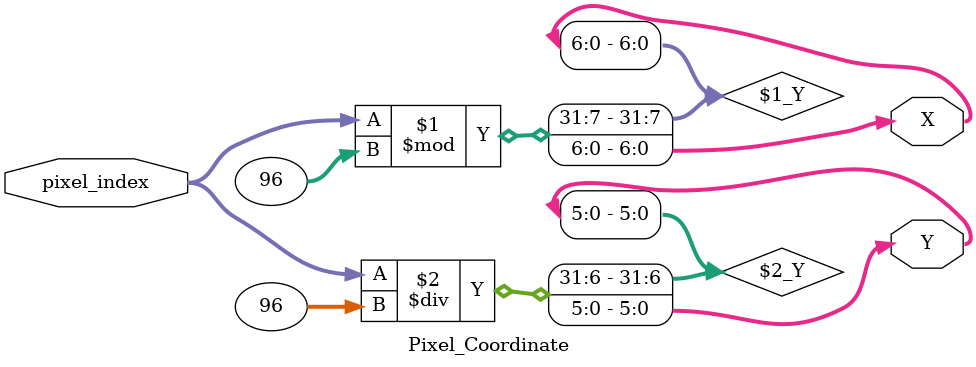
<source format=v>
`timescale 1ns / 1ps


module Pixel_Coordinate(
    input [12:0] pixel_index,
    output [6:0] X,
    output [5:0] Y
    );
    assign X = (pixel_index ) % 96;
    assign Y = (pixel_index ) / 96;
endmodule

</source>
